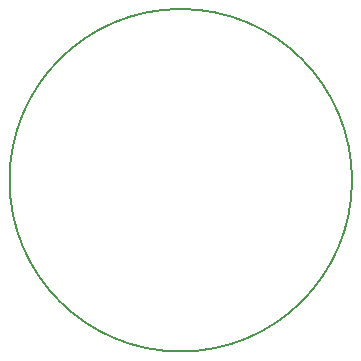
<source format=gbr>
G04 #@! TF.GenerationSoftware,KiCad,Pcbnew,5.0.2-bee76a0~70~ubuntu18.04.1*
G04 #@! TF.CreationDate,2019-06-24T09:26:36+02:00*
G04 #@! TF.ProjectId,PocketPCR_Lid,506f636b-6574-4504-9352-5f4c69642e6b,rev?*
G04 #@! TF.SameCoordinates,Original*
G04 #@! TF.FileFunction,Profile,NP*
%FSLAX46Y46*%
G04 Gerber Fmt 4.6, Leading zero omitted, Abs format (unit mm)*
G04 Created by KiCad (PCBNEW 5.0.2-bee76a0~70~ubuntu18.04.1) date Mo 24 Jun 2019 09:26:36 CEST*
%MOMM*%
%LPD*%
G01*
G04 APERTURE LIST*
%ADD10C,0.150000*%
G04 APERTURE END LIST*
D10*
X114500000Y-100000000D02*
G75*
G03X114500000Y-100000000I-14500000J0D01*
G01*
M02*

</source>
